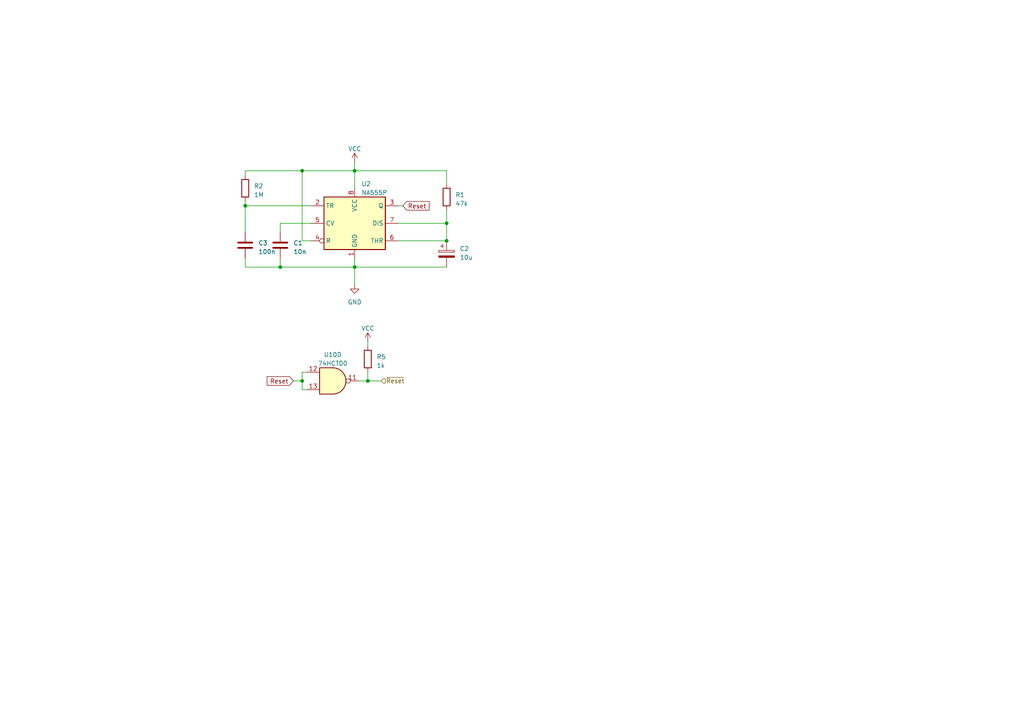
<source format=kicad_sch>
(kicad_sch (version 20230121) (generator eeschema)
  (paper "A4")
  (lib_symbols
    (symbol "74xx:74LS00" (pin_names (offset 1.016))
      (property "Reference" "U" (at 0 1.27 0))
      (property "Value" "74LS00" (at 0 -1.27 0))
      (symbol "74LS00_1_1"
        (arc (start 0 -3.81) (mid 3.7934 0) (end 0 3.81) (stroke (width 0.254)) (fill (type background)))
        (polyline (pts (xy 0 3.81) (xy -3.81 3.81) (xy -3.81 -3.81) (xy 0 -3.81)) (stroke (width 0.254)) (fill (type background)))
        (pin input line (at -7.62 2.54 0) (length 3.81) (name "~") (number "1"))
        (pin input line (at -7.62 -2.54 0) (length 3.81) (name "~") (number "2"))
        (pin output inverted (at 7.62 0 180) (length 3.81) (name "~") (number "3"))
      )
      (symbol "74LS00_1_2"
        (arc (start -3.81 -3.81) (mid -2.589 0) (end -3.81 3.81) (stroke (width 0.254)))
        (arc (start -0.6096 -3.81) (mid 2.1842 -2.5851) (end 3.81 0) (stroke (width 0.254)) (fill (type background)))
        (polyline (pts (xy -3.81 -3.81) (xy -0.635 -3.81)) (stroke (width 0.254)) (fill (type background)))
        (polyline (pts (xy -3.81 3.81) (xy -0.635 3.81)) (stroke (width 0.254)) (fill (type background)))
        (polyline (pts (xy -0.635 3.81) (xy -3.81 3.81) (xy -3.81 3.81) (xy -3.556 3.4036) (xy -3.0226 2.2606) (xy -2.6924 1.0414) (xy -2.6162 -0.254) (xy -2.7686 -1.4986) (xy -3.175 -2.7178) (xy -3.81 -3.81) (xy -3.81 -3.81) (xy -0.635 -3.81)) (stroke (width -25.4)) (fill (type background)))
        (arc (start 3.81 0) (mid 2.1915 2.5936) (end -0.6096 3.81) (stroke (width 0.254)) (fill (type background)))
        (pin input inverted (at -7.62 2.54 0) (length 4.318) (name "~") (number "1"))
        (pin input inverted (at -7.62 -2.54 0) (length 4.318) (name "~") (number "2"))
        (pin output line (at 7.62 0 180) (length 3.81) (name "~") (number "3"))
      )
      (symbol "74LS00_2_1"
        (arc (start 0 -3.81) (mid 3.7934 0) (end 0 3.81) (stroke (width 0.254)) (fill (type background)))
        (polyline (pts (xy 0 3.81) (xy -3.81 3.81) (xy -3.81 -3.81) (xy 0 -3.81)) (stroke (width 0.254)) (fill (type background)))
        (pin input line (at -7.62 2.54 0) (length 3.81) (name "~") (number "4"))
        (pin input line (at -7.62 -2.54 0) (length 3.81) (name "~") (number "5"))
        (pin output inverted (at 7.62 0 180) (length 3.81) (name "~") (number "6"))
      )
      (symbol "74LS00_2_2"
        (arc (start -3.81 -3.81) (mid -2.589 0) (end -3.81 3.81) (stroke (width 0.254)))
        (arc (start -0.6096 -3.81) (mid 2.1842 -2.5851) (end 3.81 0) (stroke (width 0.254)) (fill (type background)))
        (polyline (pts (xy -3.81 -3.81) (xy -0.635 -3.81)) (stroke (width 0.254)) (fill (type background)))
        (polyline (pts (xy -3.81 3.81) (xy -0.635 3.81)) (stroke (width 0.254)) (fill (type background)))
        (polyline (pts (xy -0.635 3.81) (xy -3.81 3.81) (xy -3.81 3.81) (xy -3.556 3.4036) (xy -3.0226 2.2606) (xy -2.6924 1.0414) (xy -2.6162 -0.254) (xy -2.7686 -1.4986) (xy -3.175 -2.7178) (xy -3.81 -3.81) (xy -3.81 -3.81) (xy -0.635 -3.81)) (stroke (width -25.4)) (fill (type background)))
        (arc (start 3.81 0) (mid 2.1915 2.5936) (end -0.6096 3.81) (stroke (width 0.254)) (fill (type background)))
        (pin input inverted (at -7.62 2.54 0) (length 4.318) (name "~") (number "4"))
        (pin input inverted (at -7.62 -2.54 0) (length 4.318) (name "~") (number "5"))
        (pin output line (at 7.62 0 180) (length 3.81) (name "~") (number "6"))
      )
      (symbol "74LS00_3_1"
        (arc (start 0 -3.81) (mid 3.7934 0) (end 0 3.81) (stroke (width 0.254)) (fill (type background)))
        (polyline (pts (xy 0 3.81) (xy -3.81 3.81) (xy -3.81 -3.81) (xy 0 -3.81)) (stroke (width 0.254)) (fill (type background)))
        (pin input line (at -7.62 -2.54 0) (length 3.81) (name "~") (number "10"))
        (pin output inverted (at 7.62 0 180) (length 3.81) (name "~") (number "8"))
        (pin input line (at -7.62 2.54 0) (length 3.81) (name "~") (number "9"))
      )
      (symbol "74LS00_3_2"
        (arc (start -3.81 -3.81) (mid -2.589 0) (end -3.81 3.81) (stroke (width 0.254)))
        (arc (start -0.6096 -3.81) (mid 2.1842 -2.5851) (end 3.81 0) (stroke (width 0.254)) (fill (type background)))
        (polyline (pts (xy -3.81 -3.81) (xy -0.635 -3.81)) (stroke (width 0.254)) (fill (type background)))
        (polyline (pts (xy -3.81 3.81) (xy -0.635 3.81)) (stroke (width 0.254)) (fill (type background)))
        (polyline (pts (xy -0.635 3.81) (xy -3.81 3.81) (xy -3.81 3.81) (xy -3.556 3.4036) (xy -3.0226 2.2606) (xy -2.6924 1.0414) (xy -2.6162 -0.254) (xy -2.7686 -1.4986) (xy -3.175 -2.7178) (xy -3.81 -3.81) (xy -3.81 -3.81) (xy -0.635 -3.81)) (stroke (width -25.4)) (fill (type background)))
        (arc (start 3.81 0) (mid 2.1915 2.5936) (end -0.6096 3.81) (stroke (width 0.254)) (fill (type background)))
        (pin input inverted (at -7.62 -2.54 0) (length 4.318) (name "~") (number "10"))
        (pin output line (at 7.62 0 180) (length 3.81) (name "~") (number "8"))
        (pin input inverted (at -7.62 2.54 0) (length 4.318) (name "~") (number "9"))
      )
      (symbol "74LS00_4_1"
        (arc (start 0 -3.81) (mid 3.7934 0) (end 0 3.81) (stroke (width 0.254)) (fill (type background)))
        (polyline (pts (xy 0 3.81) (xy -3.81 3.81) (xy -3.81 -3.81) (xy 0 -3.81)) (stroke (width 0.254)) (fill (type background)))
        (pin output inverted (at 7.62 0 180) (length 3.81) (name "~") (number "11"))
        (pin input line (at -7.62 2.54 0) (length 3.81) (name "~") (number "12"))
        (pin input line (at -7.62 -2.54 0) (length 3.81) (name "~") (number "13"))
      )
      (symbol "74LS00_4_2"
        (arc (start -3.81 -3.81) (mid -2.589 0) (end -3.81 3.81) (stroke (width 0.254)))
        (arc (start -0.6096 -3.81) (mid 2.1842 -2.5851) (end 3.81 0) (stroke (width 0.254)) (fill (type background)))
        (polyline (pts (xy -3.81 -3.81) (xy -0.635 -3.81)) (stroke (width 0.254)) (fill (type background)))
        (polyline (pts (xy -3.81 3.81) (xy -0.635 3.81)) (stroke (width 0.254)) (fill (type background)))
        (polyline (pts (xy -0.635 3.81) (xy -3.81 3.81) (xy -3.81 3.81) (xy -3.556 3.4036) (xy -3.0226 2.2606) (xy -2.6924 1.0414) (xy -2.6162 -0.254) (xy -2.7686 -1.4986) (xy -3.175 -2.7178) (xy -3.81 -3.81) (xy -3.81 -3.81) (xy -0.635 -3.81)) (stroke (width -25.4)) (fill (type background)))
        (arc (start 3.81 0) (mid 2.1915 2.5936) (end -0.6096 3.81) (stroke (width 0.254)) (fill (type background)))
        (pin output line (at 7.62 0 180) (length 3.81) (name "~") (number "11"))
        (pin input inverted (at -7.62 2.54 0) (length 4.318) (name "~") (number "12"))
        (pin input inverted (at -7.62 -2.54 0) (length 4.318) (name "~") (number "13"))
      )
      (symbol "74LS00_5_0"
        (pin power_in line (at 0 12.7 270) (length 5.08) (name "VCC") (number "14"))
        (pin power_in line (at 0 -12.7 90) (length 5.08) (name "GND") (number "7"))
      )
      (symbol "74LS00_5_1"
        (rectangle (start -5.08 7.62) (end 5.08 -7.62) (stroke (width 0.254)) (fill (type background)))
      )
    )
    (symbol "Device:C" (pin_numbers hide) (pin_names (offset 0.254))
      (property "Reference" "C" (at 0.635 2.54 0))
      (property "Value" "C" (at 0.635 -2.54 0))
      (symbol "C_0_1"
        (polyline (pts (xy -2.032 -0.762) (xy 2.032 -0.762)) (stroke (width 0.508)))
        (polyline (pts (xy -2.032 0.762) (xy 2.032 0.762)) (stroke (width 0.508)))
      )
      (symbol "C_1_1"
        (pin passive line (at 0 3.81 270) (length 2.794) (name "~") (number "1"))
        (pin passive line (at 0 -3.81 90) (length 2.794) (name "~") (number "2"))
      )
    )
    (symbol "Device:C_Polarized" (pin_numbers hide) (pin_names (offset 0.254))
      (property "Reference" "C" (at 0.635 2.54 0))
      (property "Value" "C_Polarized" (at 0.635 -2.54 0))
      (symbol "C_Polarized_0_1"
        (rectangle (start -2.286 0.508) (end 2.286 1.016))
        (polyline (pts (xy -1.778 2.286) (xy -0.762 2.286)))
        (polyline (pts (xy -1.27 2.794) (xy -1.27 1.778)))
        (rectangle (start 2.286 -0.508) (end -2.286 -1.016) (fill (type outline)))
      )
      (symbol "C_Polarized_1_1"
        (pin passive line (at 0 3.81 270) (length 2.794) (name "~") (number "1"))
        (pin passive line (at 0 -3.81 90) (length 2.794) (name "~") (number "2"))
      )
    )
    (symbol "Device:R" (pin_numbers hide) (pin_names (offset 0))
      (property "Reference" "R" (at 2.032 0 90))
      (property "Value" "R" (at 0 0 90))
      (symbol "R_0_1"
        (rectangle (start -1.016 -2.54) (end 1.016 2.54) (stroke (width 0.254)))
      )
      (symbol "R_1_1"
        (pin passive line (at 0 3.81 270) (length 1.27) (name "~") (number "1"))
        (pin passive line (at 0 -3.81 90) (length 1.27) (name "~") (number "2"))
      )
    )
    (symbol "Timer:NA555P"
      (property "Reference" "U" (at -10.16 8.89 0))
      (property "Value" "NA555P" (at 2.54 8.89 0))
      (symbol "NA555P_0_0"
        (pin power_in line (at 0 -10.16 90) (length 2.54) (name "GND") (number "1"))
        (pin power_in line (at 0 10.16 270) (length 2.54) (name "VCC") (number "8"))
      )
      (symbol "NA555P_0_1"
        (rectangle (start -8.89 -7.62) (end 8.89 7.62) (stroke (width 0.254)) (fill (type background)))
        (rectangle (start -8.89 -7.62) (end 8.89 7.62) (stroke (width 0.254)) (fill (type background)))
      )
      (symbol "NA555P_1_1"
        (pin input line (at -12.7 5.08 0) (length 3.81) (name "TR") (number "2"))
        (pin output line (at 12.7 5.08 180) (length 3.81) (name "Q") (number "3"))
        (pin input inverted (at -12.7 -5.08 0) (length 3.81) (name "R") (number "4"))
        (pin input line (at -12.7 0 0) (length 3.81) (name "CV") (number "5"))
        (pin input line (at 12.7 -5.08 180) (length 3.81) (name "THR") (number "6"))
        (pin input line (at 12.7 0 180) (length 3.81) (name "DIS") (number "7"))
      )
    )
    (symbol "power:GND" (power) (pin_names (offset 0))
      (property "Value" "GND" (at 0 -3.81 0))
      (symbol "GND_0_1"
        (polyline (pts (xy 0 0) (xy 0 -1.27) (xy 1.27 -1.27) (xy 0 -2.54) (xy -1.27 -1.27) (xy 0 -1.27)))
      )
      (symbol "GND_1_1"
        (pin power_in line (at 0 0 270) (length 0) hide (name "GND") (number "1"))
      )
    )
    (symbol "power:VCC" (power) (pin_names (offset 0))
      (property "Value" "VCC" (at 0 3.81 0))
      (symbol "VCC_0_1"
        (polyline (pts (xy -0.762 1.27) (xy 0 2.54)))
        (polyline (pts (xy 0 0) (xy 0 2.54)))
        (polyline (pts (xy 0 2.54) (xy 0.762 1.27)))
      )
      (symbol "VCC_1_1"
        (pin power_in line (at 0 0 90) (length 0) hide (name "VCC") (number "1"))
      )
    )
  )
  (junction (at 87.63 49.53))
  (junction (at 102.87 49.53))
  (junction (at 106.68 110.49))
  (junction (at 129.54 69.85))
  (junction (at 102.87 77.47))
  (junction (at 129.54 64.77))
  (junction (at 81.28 77.47))
  (junction (at 87.63 110.49))
  (junction (at 71.12 59.69))
  (wire (pts (xy 87.63 49.53) (xy 102.87 49.53)))
  (wire (pts (xy 102.87 82.55) (xy 102.87 77.47)))
  (wire (pts (xy 81.28 77.47) (xy 102.87 77.47)))
  (wire (pts (xy 71.12 74.93) (xy 71.12 77.47)))
  (wire (pts (xy 106.68 110.49) (xy 110.49 110.49)))
  (wire (pts (xy 81.28 74.93) (xy 81.28 77.47)))
  (wire (pts (xy 71.12 77.47) (xy 81.28 77.47)))
  (wire (pts (xy 102.87 46.99) (xy 102.87 49.53)))
  (wire (pts (xy 88.9 107.95) (xy 87.63 107.95)))
  (wire (pts (xy 85.09 110.49) (xy 87.63 110.49)))
  (wire (pts (xy 71.12 50.8) (xy 71.12 49.53)))
  (wire (pts (xy 129.54 53.34) (xy 129.54 49.53)))
  (wire (pts (xy 71.12 59.69) (xy 71.12 58.42)))
  (wire (pts (xy 71.12 49.53) (xy 87.63 49.53)))
  (wire (pts (xy 116.84 59.69) (xy 115.57 59.69)))
  (wire (pts (xy 87.63 107.95) (xy 87.63 110.49)))
  (wire (pts (xy 106.68 99.06) (xy 106.68 100.33)))
  (wire (pts (xy 87.63 110.49) (xy 87.63 113.03)))
  (wire (pts (xy 71.12 59.69) (xy 71.12 67.31)))
  (wire (pts (xy 129.54 64.77) (xy 115.57 64.77)))
  (wire (pts (xy 90.17 59.69) (xy 71.12 59.69)))
  (wire (pts (xy 102.87 77.47) (xy 102.87 74.93)))
  (wire (pts (xy 106.68 107.95) (xy 106.68 110.49)))
  (wire (pts (xy 115.57 69.85) (xy 129.54 69.85)))
  (wire (pts (xy 87.63 69.85) (xy 87.63 49.53)))
  (wire (pts (xy 129.54 69.85) (xy 129.54 64.77)))
  (wire (pts (xy 104.14 110.49) (xy 106.68 110.49)))
  (wire (pts (xy 90.17 69.85) (xy 87.63 69.85)))
  (wire (pts (xy 81.28 67.31) (xy 81.28 64.77)))
  (wire (pts (xy 87.63 113.03) (xy 88.9 113.03)))
  (wire (pts (xy 129.54 60.96) (xy 129.54 64.77)))
  (wire (pts (xy 81.28 64.77) (xy 90.17 64.77)))
  (wire (pts (xy 102.87 77.47) (xy 129.54 77.47)))
  (wire (pts (xy 129.54 49.53) (xy 102.87 49.53)))
  (wire (pts (xy 102.87 49.53) (xy 102.87 54.61)))
  (global_label "Reset" (shape input) (at 116.84 59.69 0) (property "Intersheetrefs" "${INTERSHEET_REFS}" (effects hide)))
  (global_label "Reset" (shape input) (at 85.09 110.49 180) (property "Intersheetrefs" "${INTERSHEET_REFS}" (effects hide)))
  (hierarchical_label "~{Reset}" (shape input) (at 110.49 110.49 0))
  (symbol (lib_id "power:VCC") (at 102.87 46.99 0) (unit 1)
    (property "Reference" "#PWR01" (effects hide))
    (property "Value" "VCC" (at 102.87 43.18 0))
    (instances (project "main-board" (path "" (reference "#PWR01") (unit 1)) (path "" (reference "#PWR03") (unit 1))))
  )
  (symbol (lib_id "74xx:74LS00") (at 96.52 110.49 0) (unit 4)
    (property "Reference" "U10" (at 96.5117 102.87 0))
    (property "Value" "74HCT00" (at 96.5117 105.41 0))
    (property "Footprint" "Package_DIP:DIP-14_W7.62mm" (effects hide))
    (property "Datasheet" "http://www.ti.com/lit/gpn/sn74ls00" (effects hide))
  )
  (symbol (lib_id "Device:R") (at 129.54 57.15 0) (unit 1)
    (property "Reference" "R1" (at 132.08 56.515 0) (effects (justify left)))
    (property "Value" "47k" (at 132.08 59.055 0) (effects (justify left)))
    (property "Footprint" "Resistor_THT:R_Axial_DIN0207_L6.3mm_D2.5mm_P7.62mm_Horizontal" (effects hide))
  )
  (symbol (lib_id "power:GND") (at 102.87 82.55 0) (unit 1)
    (property "Reference" "#PWR02" (effects hide))
    (property "Value" "GND" (at 102.87 87.63 0))
    (instances (project "main-board" (path "" (reference "#PWR02") (unit 1)) (path "" (reference "#PWR04") (unit 1))))
  )
  (symbol (lib_id "Device:R") (at 106.68 104.14 0) (unit 1)
    (property "Reference" "R5" (at 109.22 103.505 0) (effects (justify left)))
    (property "Value" "1k" (at 109.22 106.045 0) (effects (justify left)))
    (property "Footprint" "Resistor_THT:R_Axial_DIN0207_L6.3mm_D2.5mm_P7.62mm_Horizontal" (effects hide))
  )
  (symbol (lib_id "Device:R") (at 71.12 54.61 0) (unit 1)
    (property "Reference" "R2" (at 73.66 53.975 0) (effects (justify left)))
    (property "Value" "1M" (at 73.66 56.515 0) (effects (justify left)))
    (property "Footprint" "Resistor_THT:R_Axial_DIN0207_L6.3mm_D2.5mm_P7.62mm_Horizontal" (effects hide))
  )
  (symbol (lib_id "Device:C") (at 81.28 71.12 0) (unit 1)
    (property "Reference" "C1" (at 85.09 70.485 0) (effects (justify left)))
    (property "Value" "10n" (at 85.09 73.025 0) (effects (justify left)))
    (property "Footprint" "Capacitor_THT:C_Disc_D6.0mm_W2.5mm_P5.00mm" (effects hide))
  )
  (symbol (lib_id "Device:C_Polarized") (at 129.54 73.66 0) (unit 1)
    (property "Reference" "C2" (at 133.35 72.136 0) (effects (justify left)))
    (property "Value" "10u" (at 133.35 74.676 0) (effects (justify left)))
    (property "Footprint" "Capacitor_THT:CP_Radial_D4.0mm_P1.50mm" (effects hide))
  )
  (symbol (lib_id "Timer:NA555P") (at 102.87 64.77 0) (unit 1)
    (property "Reference" "U2" (at 104.8259 53.34 0) (effects (justify left)))
    (property "Value" "NA555P" (at 104.8259 55.88 0) (effects (justify left)))
    (property "Footprint" "Package_DIP:DIP-8_W7.62mm" (effects hide))
    (property "Datasheet" "http://www.ti.com/lit/ds/symlink/ne555.pdf" (effects hide))
  )
  (symbol (lib_id "Device:C") (at 71.12 71.12 0) (unit 1)
    (property "Reference" "C3" (at 74.93 70.485 0) (effects (justify left)))
    (property "Value" "100n" (at 74.93 73.025 0) (effects (justify left)))
    (property "Footprint" "Capacitor_THT:C_Disc_D6.0mm_W2.5mm_P5.00mm" (effects hide))
  )
  (symbol (lib_id "power:VCC") (at 106.68 99.06 0) (unit 1)
    (property "Reference" "#PWR01" (effects hide))
    (property "Value" "VCC" (at 106.68 95.25 0))
    (instances (project "main-board" (path "" (reference "#PWR01") (unit 1)) (path "" (reference "#PWR029") (unit 1))))
  )
)
</source>
